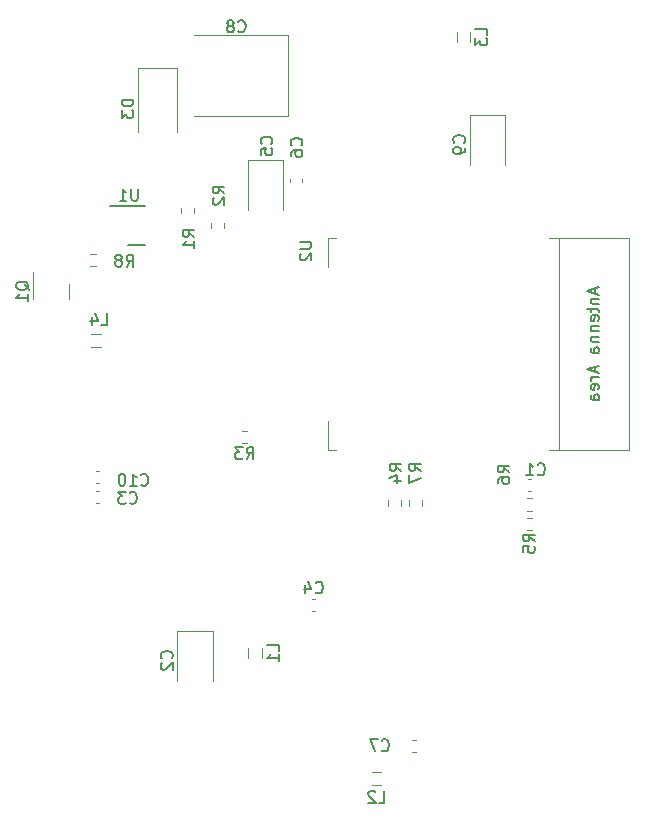
<source format=gbr>
%TF.GenerationSoftware,KiCad,Pcbnew,6.0.2+dfsg-1*%
%TF.CreationDate,2023-01-14T15:25:47+01:00*%
%TF.ProjectId,OpenDTU,4f70656e-4454-4552-9e6b-696361645f70,rev?*%
%TF.SameCoordinates,Original*%
%TF.FileFunction,Legend,Bot*%
%TF.FilePolarity,Positive*%
%FSLAX46Y46*%
G04 Gerber Fmt 4.6, Leading zero omitted, Abs format (unit mm)*
G04 Created by KiCad (PCBNEW 6.0.2+dfsg-1) date 2023-01-14 15:25:47*
%MOMM*%
%LPD*%
G01*
G04 APERTURE LIST*
%ADD10C,0.150000*%
%ADD11C,0.120000*%
G04 APERTURE END LIST*
D10*
%TO.C,C10*%
X73540857Y-72747142D02*
X73588476Y-72794761D01*
X73731333Y-72842380D01*
X73826571Y-72842380D01*
X73969428Y-72794761D01*
X74064666Y-72699523D01*
X74112285Y-72604285D01*
X74159904Y-72413809D01*
X74159904Y-72270952D01*
X74112285Y-72080476D01*
X74064666Y-71985238D01*
X73969428Y-71890000D01*
X73826571Y-71842380D01*
X73731333Y-71842380D01*
X73588476Y-71890000D01*
X73540857Y-71937619D01*
X72588476Y-72842380D02*
X73159904Y-72842380D01*
X72874190Y-72842380D02*
X72874190Y-71842380D01*
X72969428Y-71985238D01*
X73064666Y-72080476D01*
X73159904Y-72128095D01*
X71969428Y-71842380D02*
X71874190Y-71842380D01*
X71778952Y-71890000D01*
X71731333Y-71937619D01*
X71683714Y-72032857D01*
X71636095Y-72223333D01*
X71636095Y-72461428D01*
X71683714Y-72651904D01*
X71731333Y-72747142D01*
X71778952Y-72794761D01*
X71874190Y-72842380D01*
X71969428Y-72842380D01*
X72064666Y-72794761D01*
X72112285Y-72747142D01*
X72159904Y-72651904D01*
X72207523Y-72461428D01*
X72207523Y-72223333D01*
X72159904Y-72032857D01*
X72112285Y-71937619D01*
X72064666Y-71890000D01*
X71969428Y-71842380D01*
%TO.C,R3*%
X82462666Y-70589380D02*
X82796000Y-70113190D01*
X83034095Y-70589380D02*
X83034095Y-69589380D01*
X82653142Y-69589380D01*
X82557904Y-69637000D01*
X82510285Y-69684619D01*
X82462666Y-69779857D01*
X82462666Y-69922714D01*
X82510285Y-70017952D01*
X82557904Y-70065571D01*
X82653142Y-70113190D01*
X83034095Y-70113190D01*
X82129333Y-69589380D02*
X81510285Y-69589380D01*
X81843619Y-69970333D01*
X81700761Y-69970333D01*
X81605523Y-70017952D01*
X81557904Y-70065571D01*
X81510285Y-70160809D01*
X81510285Y-70398904D01*
X81557904Y-70494142D01*
X81605523Y-70541761D01*
X81700761Y-70589380D01*
X81986476Y-70589380D01*
X82081714Y-70541761D01*
X82129333Y-70494142D01*
%TO.C,R4*%
X95575380Y-71588333D02*
X95099190Y-71255000D01*
X95575380Y-71016904D02*
X94575380Y-71016904D01*
X94575380Y-71397857D01*
X94623000Y-71493095D01*
X94670619Y-71540714D01*
X94765857Y-71588333D01*
X94908714Y-71588333D01*
X95003952Y-71540714D01*
X95051571Y-71493095D01*
X95099190Y-71397857D01*
X95099190Y-71016904D01*
X94908714Y-72445476D02*
X95575380Y-72445476D01*
X94527761Y-72207380D02*
X95242047Y-71969285D01*
X95242047Y-72588333D01*
%TO.C,C6*%
X87098142Y-44029333D02*
X87145761Y-43981714D01*
X87193380Y-43838857D01*
X87193380Y-43743619D01*
X87145761Y-43600761D01*
X87050523Y-43505523D01*
X86955285Y-43457904D01*
X86764809Y-43410285D01*
X86621952Y-43410285D01*
X86431476Y-43457904D01*
X86336238Y-43505523D01*
X86241000Y-43600761D01*
X86193380Y-43743619D01*
X86193380Y-43838857D01*
X86241000Y-43981714D01*
X86288619Y-44029333D01*
X86193380Y-44886476D02*
X86193380Y-44696000D01*
X86241000Y-44600761D01*
X86288619Y-44553142D01*
X86431476Y-44457904D01*
X86621952Y-44410285D01*
X87002904Y-44410285D01*
X87098142Y-44457904D01*
X87145761Y-44505523D01*
X87193380Y-44600761D01*
X87193380Y-44791238D01*
X87145761Y-44886476D01*
X87098142Y-44934095D01*
X87002904Y-44981714D01*
X86764809Y-44981714D01*
X86669571Y-44934095D01*
X86621952Y-44886476D01*
X86574333Y-44791238D01*
X86574333Y-44600761D01*
X86621952Y-44505523D01*
X86669571Y-44457904D01*
X86764809Y-44410285D01*
%TO.C,C2*%
X76112142Y-87463333D02*
X76159761Y-87415714D01*
X76207380Y-87272857D01*
X76207380Y-87177619D01*
X76159761Y-87034761D01*
X76064523Y-86939523D01*
X75969285Y-86891904D01*
X75778809Y-86844285D01*
X75635952Y-86844285D01*
X75445476Y-86891904D01*
X75350238Y-86939523D01*
X75255000Y-87034761D01*
X75207380Y-87177619D01*
X75207380Y-87272857D01*
X75255000Y-87415714D01*
X75302619Y-87463333D01*
X75302619Y-87844285D02*
X75255000Y-87891904D01*
X75207380Y-87987142D01*
X75207380Y-88225238D01*
X75255000Y-88320476D01*
X75302619Y-88368095D01*
X75397857Y-88415714D01*
X75493095Y-88415714D01*
X75635952Y-88368095D01*
X76207380Y-87796666D01*
X76207380Y-88415714D01*
%TO.C,C9*%
X100877142Y-43788833D02*
X100924761Y-43741214D01*
X100972380Y-43598357D01*
X100972380Y-43503119D01*
X100924761Y-43360261D01*
X100829523Y-43265023D01*
X100734285Y-43217404D01*
X100543809Y-43169785D01*
X100400952Y-43169785D01*
X100210476Y-43217404D01*
X100115238Y-43265023D01*
X100020000Y-43360261D01*
X99972380Y-43503119D01*
X99972380Y-43598357D01*
X100020000Y-43741214D01*
X100067619Y-43788833D01*
X100972380Y-44265023D02*
X100972380Y-44455500D01*
X100924761Y-44550738D01*
X100877142Y-44598357D01*
X100734285Y-44693595D01*
X100543809Y-44741214D01*
X100162857Y-44741214D01*
X100067619Y-44693595D01*
X100020000Y-44645976D01*
X99972380Y-44550738D01*
X99972380Y-44360261D01*
X100020000Y-44265023D01*
X100067619Y-44217404D01*
X100162857Y-44169785D01*
X100400952Y-44169785D01*
X100496190Y-44217404D01*
X100543809Y-44265023D01*
X100591428Y-44360261D01*
X100591428Y-44550738D01*
X100543809Y-44645976D01*
X100496190Y-44693595D01*
X100400952Y-44741214D01*
%TO.C,C3*%
X72556666Y-74271142D02*
X72604285Y-74318761D01*
X72747142Y-74366380D01*
X72842380Y-74366380D01*
X72985238Y-74318761D01*
X73080476Y-74223523D01*
X73128095Y-74128285D01*
X73175714Y-73937809D01*
X73175714Y-73794952D01*
X73128095Y-73604476D01*
X73080476Y-73509238D01*
X72985238Y-73414000D01*
X72842380Y-73366380D01*
X72747142Y-73366380D01*
X72604285Y-73414000D01*
X72556666Y-73461619D01*
X72223333Y-73366380D02*
X71604285Y-73366380D01*
X71937619Y-73747333D01*
X71794761Y-73747333D01*
X71699523Y-73794952D01*
X71651904Y-73842571D01*
X71604285Y-73937809D01*
X71604285Y-74175904D01*
X71651904Y-74271142D01*
X71699523Y-74318761D01*
X71794761Y-74366380D01*
X72080476Y-74366380D01*
X72175714Y-74318761D01*
X72223333Y-74271142D01*
%TO.C,C7*%
X93892666Y-95226142D02*
X93940285Y-95273761D01*
X94083142Y-95321380D01*
X94178380Y-95321380D01*
X94321238Y-95273761D01*
X94416476Y-95178523D01*
X94464095Y-95083285D01*
X94511714Y-94892809D01*
X94511714Y-94749952D01*
X94464095Y-94559476D01*
X94416476Y-94464238D01*
X94321238Y-94369000D01*
X94178380Y-94321380D01*
X94083142Y-94321380D01*
X93940285Y-94369000D01*
X93892666Y-94416619D01*
X93559333Y-94321380D02*
X92892666Y-94321380D01*
X93321238Y-95321380D01*
%TO.C,L4*%
X70143666Y-59253380D02*
X70619857Y-59253380D01*
X70619857Y-58253380D01*
X69381761Y-58586714D02*
X69381761Y-59253380D01*
X69619857Y-58205761D02*
X69857952Y-58920047D01*
X69238904Y-58920047D01*
%TO.C,R1*%
X78049380Y-51776333D02*
X77573190Y-51443000D01*
X78049380Y-51204904D02*
X77049380Y-51204904D01*
X77049380Y-51585857D01*
X77097000Y-51681095D01*
X77144619Y-51728714D01*
X77239857Y-51776333D01*
X77382714Y-51776333D01*
X77477952Y-51728714D01*
X77525571Y-51681095D01*
X77573190Y-51585857D01*
X77573190Y-51204904D01*
X78049380Y-52728714D02*
X78049380Y-52157285D01*
X78049380Y-52443000D02*
X77049380Y-52443000D01*
X77192238Y-52347761D01*
X77287476Y-52252523D01*
X77335095Y-52157285D01*
%TO.C,L2*%
X93638666Y-99665380D02*
X94114857Y-99665380D01*
X94114857Y-98665380D01*
X93352952Y-98760619D02*
X93305333Y-98713000D01*
X93210095Y-98665380D01*
X92972000Y-98665380D01*
X92876761Y-98713000D01*
X92829142Y-98760619D01*
X92781523Y-98855857D01*
X92781523Y-98951095D01*
X92829142Y-99093952D01*
X93400571Y-99665380D01*
X92781523Y-99665380D01*
%TO.C,U1*%
X73278904Y-47712380D02*
X73278904Y-48521904D01*
X73231285Y-48617142D01*
X73183666Y-48664761D01*
X73088428Y-48712380D01*
X72897952Y-48712380D01*
X72802714Y-48664761D01*
X72755095Y-48617142D01*
X72707476Y-48521904D01*
X72707476Y-47712380D01*
X71707476Y-48712380D02*
X72278904Y-48712380D01*
X71993190Y-48712380D02*
X71993190Y-47712380D01*
X72088428Y-47855238D01*
X72183666Y-47950476D01*
X72278904Y-47998095D01*
%TO.C,D3*%
X72882380Y-40155904D02*
X71882380Y-40155904D01*
X71882380Y-40394000D01*
X71930000Y-40536857D01*
X72025238Y-40632095D01*
X72120476Y-40679714D01*
X72310952Y-40727333D01*
X72453809Y-40727333D01*
X72644285Y-40679714D01*
X72739523Y-40632095D01*
X72834761Y-40536857D01*
X72882380Y-40394000D01*
X72882380Y-40155904D01*
X71882380Y-41060666D02*
X71882380Y-41679714D01*
X72263333Y-41346380D01*
X72263333Y-41489238D01*
X72310952Y-41584476D01*
X72358571Y-41632095D01*
X72453809Y-41679714D01*
X72691904Y-41679714D01*
X72787142Y-41632095D01*
X72834761Y-41584476D01*
X72882380Y-41489238D01*
X72882380Y-41203523D01*
X72834761Y-41108285D01*
X72787142Y-41060666D01*
%TO.C,U2*%
X86955380Y-52197095D02*
X87764904Y-52197095D01*
X87860142Y-52244714D01*
X87907761Y-52292333D01*
X87955380Y-52387571D01*
X87955380Y-52578047D01*
X87907761Y-52673285D01*
X87860142Y-52720904D01*
X87764904Y-52768523D01*
X86955380Y-52768523D01*
X87050619Y-53197095D02*
X87003000Y-53244714D01*
X86955380Y-53339952D01*
X86955380Y-53578047D01*
X87003000Y-53673285D01*
X87050619Y-53720904D01*
X87145857Y-53768523D01*
X87241095Y-53768523D01*
X87383952Y-53720904D01*
X87955380Y-53149476D01*
X87955380Y-53768523D01*
X111996666Y-56098095D02*
X111996666Y-56574285D01*
X112282380Y-56002857D02*
X111282380Y-56336190D01*
X112282380Y-56669523D01*
X111615714Y-57002857D02*
X112282380Y-57002857D01*
X111710952Y-57002857D02*
X111663333Y-57050476D01*
X111615714Y-57145714D01*
X111615714Y-57288571D01*
X111663333Y-57383809D01*
X111758571Y-57431428D01*
X112282380Y-57431428D01*
X111615714Y-57764761D02*
X111615714Y-58145714D01*
X111282380Y-57907619D02*
X112139523Y-57907619D01*
X112234761Y-57955238D01*
X112282380Y-58050476D01*
X112282380Y-58145714D01*
X112234761Y-58860000D02*
X112282380Y-58764761D01*
X112282380Y-58574285D01*
X112234761Y-58479047D01*
X112139523Y-58431428D01*
X111758571Y-58431428D01*
X111663333Y-58479047D01*
X111615714Y-58574285D01*
X111615714Y-58764761D01*
X111663333Y-58860000D01*
X111758571Y-58907619D01*
X111853809Y-58907619D01*
X111949047Y-58431428D01*
X111615714Y-59336190D02*
X112282380Y-59336190D01*
X111710952Y-59336190D02*
X111663333Y-59383809D01*
X111615714Y-59479047D01*
X111615714Y-59621904D01*
X111663333Y-59717142D01*
X111758571Y-59764761D01*
X112282380Y-59764761D01*
X111615714Y-60240952D02*
X112282380Y-60240952D01*
X111710952Y-60240952D02*
X111663333Y-60288571D01*
X111615714Y-60383809D01*
X111615714Y-60526666D01*
X111663333Y-60621904D01*
X111758571Y-60669523D01*
X112282380Y-60669523D01*
X112282380Y-61574285D02*
X111758571Y-61574285D01*
X111663333Y-61526666D01*
X111615714Y-61431428D01*
X111615714Y-61240952D01*
X111663333Y-61145714D01*
X112234761Y-61574285D02*
X112282380Y-61479047D01*
X112282380Y-61240952D01*
X112234761Y-61145714D01*
X112139523Y-61098095D01*
X112044285Y-61098095D01*
X111949047Y-61145714D01*
X111901428Y-61240952D01*
X111901428Y-61479047D01*
X111853809Y-61574285D01*
X111996666Y-62764761D02*
X111996666Y-63240952D01*
X112282380Y-62669523D02*
X111282380Y-63002857D01*
X112282380Y-63336190D01*
X112282380Y-63669523D02*
X111615714Y-63669523D01*
X111806190Y-63669523D02*
X111710952Y-63717142D01*
X111663333Y-63764761D01*
X111615714Y-63860000D01*
X111615714Y-63955238D01*
X112234761Y-64669523D02*
X112282380Y-64574285D01*
X112282380Y-64383809D01*
X112234761Y-64288571D01*
X112139523Y-64240952D01*
X111758571Y-64240952D01*
X111663333Y-64288571D01*
X111615714Y-64383809D01*
X111615714Y-64574285D01*
X111663333Y-64669523D01*
X111758571Y-64717142D01*
X111853809Y-64717142D01*
X111949047Y-64240952D01*
X112282380Y-65574285D02*
X111758571Y-65574285D01*
X111663333Y-65526666D01*
X111615714Y-65431428D01*
X111615714Y-65240952D01*
X111663333Y-65145714D01*
X112234761Y-65574285D02*
X112282380Y-65479047D01*
X112282380Y-65240952D01*
X112234761Y-65145714D01*
X112139523Y-65098095D01*
X112044285Y-65098095D01*
X111949047Y-65145714D01*
X111901428Y-65240952D01*
X111901428Y-65479047D01*
X111853809Y-65574285D01*
%TO.C,R5*%
X106878380Y-77557333D02*
X106402190Y-77224000D01*
X106878380Y-76985904D02*
X105878380Y-76985904D01*
X105878380Y-77366857D01*
X105926000Y-77462095D01*
X105973619Y-77509714D01*
X106068857Y-77557333D01*
X106211714Y-77557333D01*
X106306952Y-77509714D01*
X106354571Y-77462095D01*
X106402190Y-77366857D01*
X106402190Y-76985904D01*
X105878380Y-78462095D02*
X105878380Y-77985904D01*
X106354571Y-77938285D01*
X106306952Y-77985904D01*
X106259333Y-78081142D01*
X106259333Y-78319238D01*
X106306952Y-78414476D01*
X106354571Y-78462095D01*
X106449809Y-78509714D01*
X106687904Y-78509714D01*
X106783142Y-78462095D01*
X106830761Y-78414476D01*
X106878380Y-78319238D01*
X106878380Y-78081142D01*
X106830761Y-77985904D01*
X106783142Y-77938285D01*
%TO.C,R2*%
X80589380Y-48093333D02*
X80113190Y-47760000D01*
X80589380Y-47521904D02*
X79589380Y-47521904D01*
X79589380Y-47902857D01*
X79637000Y-47998095D01*
X79684619Y-48045714D01*
X79779857Y-48093333D01*
X79922714Y-48093333D01*
X80017952Y-48045714D01*
X80065571Y-47998095D01*
X80113190Y-47902857D01*
X80113190Y-47521904D01*
X79684619Y-48474285D02*
X79637000Y-48521904D01*
X79589380Y-48617142D01*
X79589380Y-48855238D01*
X79637000Y-48950476D01*
X79684619Y-48998095D01*
X79779857Y-49045714D01*
X79875095Y-49045714D01*
X80017952Y-48998095D01*
X80589380Y-48426666D01*
X80589380Y-49045714D01*
%TO.C,L3*%
X102840380Y-34677833D02*
X102840380Y-34201642D01*
X101840380Y-34201642D01*
X101840380Y-34915928D02*
X101840380Y-35534976D01*
X102221333Y-35201642D01*
X102221333Y-35344500D01*
X102268952Y-35439738D01*
X102316571Y-35487357D01*
X102411809Y-35534976D01*
X102649904Y-35534976D01*
X102745142Y-35487357D01*
X102792761Y-35439738D01*
X102840380Y-35344500D01*
X102840380Y-35058785D01*
X102792761Y-34963547D01*
X102745142Y-34915928D01*
%TO.C,R8*%
X72302666Y-54300380D02*
X72636000Y-53824190D01*
X72874095Y-54300380D02*
X72874095Y-53300380D01*
X72493142Y-53300380D01*
X72397904Y-53348000D01*
X72350285Y-53395619D01*
X72302666Y-53490857D01*
X72302666Y-53633714D01*
X72350285Y-53728952D01*
X72397904Y-53776571D01*
X72493142Y-53824190D01*
X72874095Y-53824190D01*
X71731238Y-53728952D02*
X71826476Y-53681333D01*
X71874095Y-53633714D01*
X71921714Y-53538476D01*
X71921714Y-53490857D01*
X71874095Y-53395619D01*
X71826476Y-53348000D01*
X71731238Y-53300380D01*
X71540761Y-53300380D01*
X71445523Y-53348000D01*
X71397904Y-53395619D01*
X71350285Y-53490857D01*
X71350285Y-53538476D01*
X71397904Y-53633714D01*
X71445523Y-53681333D01*
X71540761Y-53728952D01*
X71731238Y-53728952D01*
X71826476Y-53776571D01*
X71874095Y-53824190D01*
X71921714Y-53919428D01*
X71921714Y-54109904D01*
X71874095Y-54205142D01*
X71826476Y-54252761D01*
X71731238Y-54300380D01*
X71540761Y-54300380D01*
X71445523Y-54252761D01*
X71397904Y-54205142D01*
X71350285Y-54109904D01*
X71350285Y-53919428D01*
X71397904Y-53824190D01*
X71445523Y-53776571D01*
X71540761Y-53728952D01*
%TO.C,Q1*%
X64060619Y-56292761D02*
X64013000Y-56197523D01*
X63917761Y-56102285D01*
X63774904Y-55959428D01*
X63727285Y-55864190D01*
X63727285Y-55768952D01*
X63965380Y-55816571D02*
X63917761Y-55721333D01*
X63822523Y-55626095D01*
X63632047Y-55578476D01*
X63298714Y-55578476D01*
X63108238Y-55626095D01*
X63013000Y-55721333D01*
X62965380Y-55816571D01*
X62965380Y-56007047D01*
X63013000Y-56102285D01*
X63108238Y-56197523D01*
X63298714Y-56245142D01*
X63632047Y-56245142D01*
X63822523Y-56197523D01*
X63917761Y-56102285D01*
X63965380Y-56007047D01*
X63965380Y-55816571D01*
X63965380Y-57197523D02*
X63965380Y-56626095D01*
X63965380Y-56911809D02*
X62965380Y-56911809D01*
X63108238Y-56816571D01*
X63203476Y-56721333D01*
X63251095Y-56626095D01*
%TO.C,C4*%
X88304666Y-81858142D02*
X88352285Y-81905761D01*
X88495142Y-81953380D01*
X88590380Y-81953380D01*
X88733238Y-81905761D01*
X88828476Y-81810523D01*
X88876095Y-81715285D01*
X88923714Y-81524809D01*
X88923714Y-81381952D01*
X88876095Y-81191476D01*
X88828476Y-81096238D01*
X88733238Y-81001000D01*
X88590380Y-80953380D01*
X88495142Y-80953380D01*
X88352285Y-81001000D01*
X88304666Y-81048619D01*
X87447523Y-81286714D02*
X87447523Y-81953380D01*
X87685619Y-80905761D02*
X87923714Y-81620047D01*
X87304666Y-81620047D01*
%TO.C,L1*%
X85187380Y-86828333D02*
X85187380Y-86352142D01*
X84187380Y-86352142D01*
X85187380Y-87685476D02*
X85187380Y-87114047D01*
X85187380Y-87399761D02*
X84187380Y-87399761D01*
X84330238Y-87304523D01*
X84425476Y-87209285D01*
X84473095Y-87114047D01*
%TO.C,C8*%
X81756666Y-34357142D02*
X81804285Y-34404761D01*
X81947142Y-34452380D01*
X82042380Y-34452380D01*
X82185238Y-34404761D01*
X82280476Y-34309523D01*
X82328095Y-34214285D01*
X82375714Y-34023809D01*
X82375714Y-33880952D01*
X82328095Y-33690476D01*
X82280476Y-33595238D01*
X82185238Y-33500000D01*
X82042380Y-33452380D01*
X81947142Y-33452380D01*
X81804285Y-33500000D01*
X81756666Y-33547619D01*
X81185238Y-33880952D02*
X81280476Y-33833333D01*
X81328095Y-33785714D01*
X81375714Y-33690476D01*
X81375714Y-33642857D01*
X81328095Y-33547619D01*
X81280476Y-33500000D01*
X81185238Y-33452380D01*
X80994761Y-33452380D01*
X80899523Y-33500000D01*
X80851904Y-33547619D01*
X80804285Y-33642857D01*
X80804285Y-33690476D01*
X80851904Y-33785714D01*
X80899523Y-33833333D01*
X80994761Y-33880952D01*
X81185238Y-33880952D01*
X81280476Y-33928571D01*
X81328095Y-33976190D01*
X81375714Y-34071428D01*
X81375714Y-34261904D01*
X81328095Y-34357142D01*
X81280476Y-34404761D01*
X81185238Y-34452380D01*
X80994761Y-34452380D01*
X80899523Y-34404761D01*
X80851904Y-34357142D01*
X80804285Y-34261904D01*
X80804285Y-34071428D01*
X80851904Y-33976190D01*
X80899523Y-33928571D01*
X80994761Y-33880952D01*
%TO.C,R6*%
X104719380Y-71715333D02*
X104243190Y-71382000D01*
X104719380Y-71143904D02*
X103719380Y-71143904D01*
X103719380Y-71524857D01*
X103767000Y-71620095D01*
X103814619Y-71667714D01*
X103909857Y-71715333D01*
X104052714Y-71715333D01*
X104147952Y-71667714D01*
X104195571Y-71620095D01*
X104243190Y-71524857D01*
X104243190Y-71143904D01*
X103719380Y-72572476D02*
X103719380Y-72382000D01*
X103767000Y-72286761D01*
X103814619Y-72239142D01*
X103957476Y-72143904D01*
X104147952Y-72096285D01*
X104528904Y-72096285D01*
X104624142Y-72143904D01*
X104671761Y-72191523D01*
X104719380Y-72286761D01*
X104719380Y-72477238D01*
X104671761Y-72572476D01*
X104624142Y-72620095D01*
X104528904Y-72667714D01*
X104290809Y-72667714D01*
X104195571Y-72620095D01*
X104147952Y-72572476D01*
X104100333Y-72477238D01*
X104100333Y-72286761D01*
X104147952Y-72191523D01*
X104195571Y-72143904D01*
X104290809Y-72096285D01*
%TO.C,R7*%
X97226380Y-71588333D02*
X96750190Y-71255000D01*
X97226380Y-71016904D02*
X96226380Y-71016904D01*
X96226380Y-71397857D01*
X96274000Y-71493095D01*
X96321619Y-71540714D01*
X96416857Y-71588333D01*
X96559714Y-71588333D01*
X96654952Y-71540714D01*
X96702571Y-71493095D01*
X96750190Y-71397857D01*
X96750190Y-71016904D01*
X96226380Y-71921666D02*
X96226380Y-72588333D01*
X97226380Y-72159761D01*
%TO.C,C1*%
X107100666Y-71858142D02*
X107148285Y-71905761D01*
X107291142Y-71953380D01*
X107386380Y-71953380D01*
X107529238Y-71905761D01*
X107624476Y-71810523D01*
X107672095Y-71715285D01*
X107719714Y-71524809D01*
X107719714Y-71381952D01*
X107672095Y-71191476D01*
X107624476Y-71096238D01*
X107529238Y-71001000D01*
X107386380Y-70953380D01*
X107291142Y-70953380D01*
X107148285Y-71001000D01*
X107100666Y-71048619D01*
X106148285Y-71953380D02*
X106719714Y-71953380D01*
X106434000Y-71953380D02*
X106434000Y-70953380D01*
X106529238Y-71096238D01*
X106624476Y-71191476D01*
X106719714Y-71239095D01*
%TO.C,C5*%
X84558142Y-43902333D02*
X84605761Y-43854714D01*
X84653380Y-43711857D01*
X84653380Y-43616619D01*
X84605761Y-43473761D01*
X84510523Y-43378523D01*
X84415285Y-43330904D01*
X84224809Y-43283285D01*
X84081952Y-43283285D01*
X83891476Y-43330904D01*
X83796238Y-43378523D01*
X83701000Y-43473761D01*
X83653380Y-43616619D01*
X83653380Y-43711857D01*
X83701000Y-43854714D01*
X83748619Y-43902333D01*
X83653380Y-44807095D02*
X83653380Y-44330904D01*
X84129571Y-44283285D01*
X84081952Y-44330904D01*
X84034333Y-44426142D01*
X84034333Y-44664238D01*
X84081952Y-44759476D01*
X84129571Y-44807095D01*
X84224809Y-44854714D01*
X84462904Y-44854714D01*
X84558142Y-44807095D01*
X84605761Y-44759476D01*
X84653380Y-44664238D01*
X84653380Y-44426142D01*
X84605761Y-44330904D01*
X84558142Y-44283285D01*
D11*
%TO.C,C10*%
X69990580Y-72646000D02*
X69709420Y-72646000D01*
X69990580Y-71626000D02*
X69709420Y-71626000D01*
%TO.C,R3*%
X82058742Y-69229500D02*
X82533258Y-69229500D01*
X82058742Y-68184500D02*
X82533258Y-68184500D01*
%TO.C,R4*%
X95518500Y-74057742D02*
X95518500Y-74532258D01*
X94473500Y-74057742D02*
X94473500Y-74532258D01*
%TO.C,C6*%
X87197500Y-46849420D02*
X87197500Y-47130580D01*
X86177500Y-46849420D02*
X86177500Y-47130580D01*
%TO.C,C2*%
X76595000Y-85170000D02*
X79615000Y-85170000D01*
X79615000Y-85170000D02*
X79615000Y-89380000D01*
X76595000Y-89380000D02*
X76595000Y-85170000D01*
%TO.C,C9*%
X101360000Y-45705500D02*
X101360000Y-41495500D01*
X101360000Y-41495500D02*
X104380000Y-41495500D01*
X104380000Y-41495500D02*
X104380000Y-45705500D01*
%TO.C,C3*%
X69709420Y-74297000D02*
X69990580Y-74297000D01*
X69709420Y-73277000D02*
X69990580Y-73277000D01*
%TO.C,C7*%
X96506420Y-94359000D02*
X96787580Y-94359000D01*
X96506420Y-95379000D02*
X96787580Y-95379000D01*
%TO.C,L4*%
X70122622Y-60019000D02*
X69323378Y-60019000D01*
X70122622Y-61139000D02*
X69323378Y-61139000D01*
%TO.C,R1*%
X76947500Y-49292742D02*
X76947500Y-49767258D01*
X77992500Y-49292742D02*
X77992500Y-49767258D01*
%TO.C,L2*%
X93072378Y-97103000D02*
X93871622Y-97103000D01*
X93072378Y-98223000D02*
X93871622Y-98223000D01*
D10*
%TO.C,U1*%
X70890000Y-49150000D02*
X73890000Y-49150000D01*
X72390000Y-52450000D02*
X73890000Y-52450000D01*
D11*
%TO.C,D3*%
X73280000Y-37494000D02*
X76580000Y-37494000D01*
X73280000Y-37494000D02*
X73280000Y-42894000D01*
X76580000Y-37494000D02*
X76580000Y-42894000D01*
%TO.C,U2*%
X90080000Y-51860000D02*
X89330000Y-51860000D01*
X89330000Y-69110000D02*
X89330000Y-67360000D01*
X90080000Y-69860000D02*
X89330000Y-69860000D01*
X114830000Y-69860000D02*
X108080000Y-69860000D01*
X114830000Y-69860000D02*
X114830000Y-51860000D01*
X114830000Y-51860000D02*
X108080000Y-51860000D01*
X89330000Y-52610000D02*
X89330000Y-54360000D01*
X89330000Y-51860000D02*
X89330000Y-52610000D01*
X108890000Y-51860000D02*
X108890000Y-69860000D01*
X89330000Y-69860000D02*
X89330000Y-69110000D01*
%TO.C,R5*%
X106663258Y-75550500D02*
X106188742Y-75550500D01*
X106663258Y-76595500D02*
X106188742Y-76595500D01*
%TO.C,R2*%
X79487500Y-50562742D02*
X79487500Y-51037258D01*
X80532500Y-50562742D02*
X80532500Y-51037258D01*
%TO.C,L3*%
X100278000Y-35244122D02*
X100278000Y-34444878D01*
X101398000Y-35244122D02*
X101398000Y-34444878D01*
%TO.C,R8*%
X69706258Y-54243500D02*
X69231742Y-54243500D01*
X69706258Y-53198500D02*
X69231742Y-53198500D01*
%TO.C,Q1*%
X64353000Y-56388000D02*
X64353000Y-57038000D01*
X67473000Y-56388000D02*
X67473000Y-57038000D01*
X67473000Y-56388000D02*
X67473000Y-55738000D01*
X64353000Y-56388000D02*
X64353000Y-54713000D01*
%TO.C,C4*%
X88278580Y-83441000D02*
X87997420Y-83441000D01*
X88278580Y-82421000D02*
X87997420Y-82421000D01*
%TO.C,L1*%
X82625000Y-87394622D02*
X82625000Y-86595378D01*
X83745000Y-87394622D02*
X83745000Y-86595378D01*
%TO.C,C8*%
X77990000Y-34690000D02*
X85950000Y-34690000D01*
X85950000Y-41510000D02*
X77990000Y-41510000D01*
X85950000Y-34690000D02*
X85950000Y-41510000D01*
%TO.C,R6*%
X106663258Y-74944500D02*
X106188742Y-74944500D01*
X106663258Y-73899500D02*
X106188742Y-73899500D01*
%TO.C,R7*%
X96251500Y-74532258D02*
X96251500Y-74057742D01*
X97296500Y-74532258D02*
X97296500Y-74057742D01*
%TO.C,C1*%
X106285420Y-73308000D02*
X106566580Y-73308000D01*
X106285420Y-72288000D02*
X106566580Y-72288000D01*
%TO.C,C5*%
X85584000Y-45292000D02*
X85584000Y-49502000D01*
X82564000Y-45292000D02*
X85584000Y-45292000D01*
X82564000Y-49502000D02*
X82564000Y-45292000D01*
%TD*%
M02*

</source>
